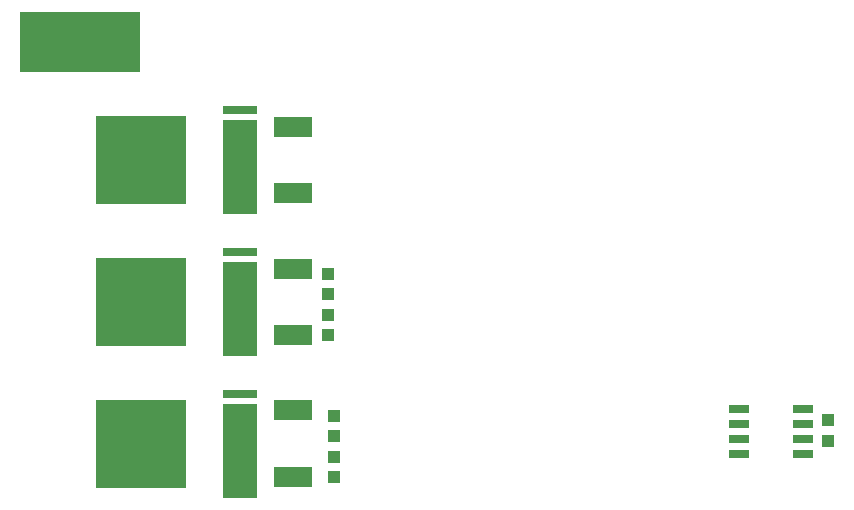
<source format=gbr>
G04 EAGLE Gerber RS-274X export*
G75*
%MOMM*%
%FSLAX34Y34*%
%LPD*%
%AMOC8*
5,1,8,0,0,1.08239X$1,22.5*%
G01*
%ADD10R,1.000000X1.100000*%
%ADD11R,3.200000X1.800000*%
%ADD12R,3.000000X8.000000*%
%ADD13R,3.000000X0.800000*%
%ADD14R,7.650000X7.500000*%
%ADD15R,10.160000X5.080000*%
%ADD16R,1.700000X0.700000*%


D10*
X295000Y171500D03*
X295000Y188500D03*
X295000Y223500D03*
X295000Y206500D03*
D11*
X260000Y228000D03*
X260000Y172000D03*
X260000Y348000D03*
X260000Y292000D03*
D12*
X215000Y194000D03*
D13*
X215000Y242000D03*
D14*
X131450Y200000D03*
D12*
X215000Y314000D03*
D13*
X215000Y362000D03*
D14*
X131450Y320000D03*
D12*
X215000Y434000D03*
D13*
X215000Y482000D03*
D14*
X131450Y440000D03*
D10*
X290000Y291500D03*
X290000Y308500D03*
X290000Y343500D03*
X290000Y326500D03*
D11*
X260000Y468000D03*
X260000Y412000D03*
D15*
X80000Y540000D03*
D16*
X638000Y190950D03*
X638000Y203650D03*
X638000Y216350D03*
X638000Y229050D03*
X692000Y229050D03*
X692000Y216350D03*
X692000Y203650D03*
X692000Y190950D03*
D10*
X713000Y202500D03*
X713000Y219500D03*
M02*

</source>
